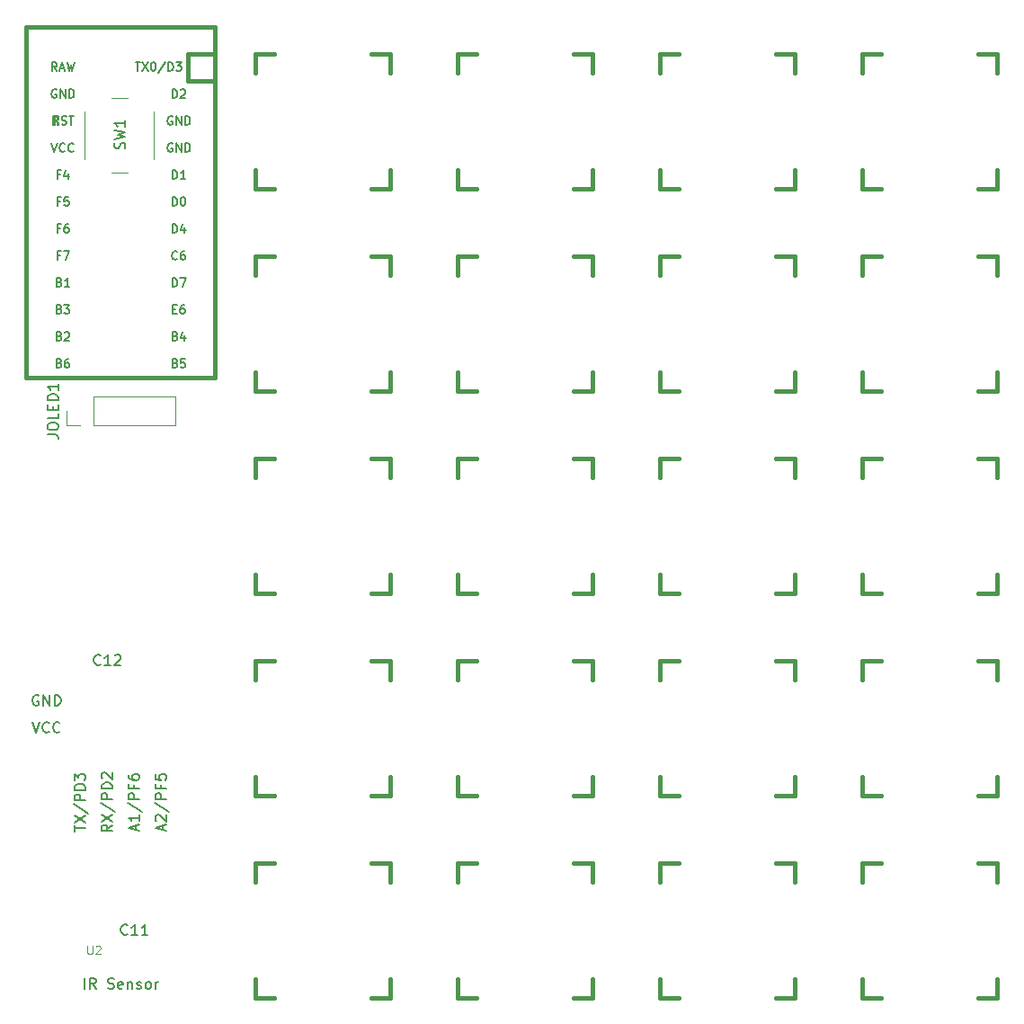
<source format=gto>
%TF.GenerationSoftware,KiCad,Pcbnew,5.1.6*%
%TF.CreationDate,2020-07-17T23:24:30+10:00*%
%TF.ProjectId,macropad_v01,6d616372-6f70-4616-945f-7630312e6b69,rev?*%
%TF.SameCoordinates,Original*%
%TF.FileFunction,Legend,Top*%
%TF.FilePolarity,Positive*%
%FSLAX46Y46*%
G04 Gerber Fmt 4.6, Leading zero omitted, Abs format (unit mm)*
G04 Created by KiCad (PCBNEW 5.1.6) date 2020-07-17 23:24:30*
%MOMM*%
%LPD*%
G01*
G04 APERTURE LIST*
%ADD10C,0.150000*%
%ADD11C,0.381000*%
%ADD12C,0.120000*%
%ADD13C,0.015000*%
G04 APERTURE END LIST*
D10*
X94385238Y-142692380D02*
X94385238Y-141692380D01*
X95432857Y-142692380D02*
X95099523Y-142216190D01*
X94861428Y-142692380D02*
X94861428Y-141692380D01*
X95242380Y-141692380D01*
X95337619Y-141740000D01*
X95385238Y-141787619D01*
X95432857Y-141882857D01*
X95432857Y-142025714D01*
X95385238Y-142120952D01*
X95337619Y-142168571D01*
X95242380Y-142216190D01*
X94861428Y-142216190D01*
X96575714Y-142644761D02*
X96718571Y-142692380D01*
X96956666Y-142692380D01*
X97051904Y-142644761D01*
X97099523Y-142597142D01*
X97147142Y-142501904D01*
X97147142Y-142406666D01*
X97099523Y-142311428D01*
X97051904Y-142263809D01*
X96956666Y-142216190D01*
X96766190Y-142168571D01*
X96670952Y-142120952D01*
X96623333Y-142073333D01*
X96575714Y-141978095D01*
X96575714Y-141882857D01*
X96623333Y-141787619D01*
X96670952Y-141740000D01*
X96766190Y-141692380D01*
X97004285Y-141692380D01*
X97147142Y-141740000D01*
X97956666Y-142644761D02*
X97861428Y-142692380D01*
X97670952Y-142692380D01*
X97575714Y-142644761D01*
X97528095Y-142549523D01*
X97528095Y-142168571D01*
X97575714Y-142073333D01*
X97670952Y-142025714D01*
X97861428Y-142025714D01*
X97956666Y-142073333D01*
X98004285Y-142168571D01*
X98004285Y-142263809D01*
X97528095Y-142359047D01*
X98432857Y-142025714D02*
X98432857Y-142692380D01*
X98432857Y-142120952D02*
X98480476Y-142073333D01*
X98575714Y-142025714D01*
X98718571Y-142025714D01*
X98813809Y-142073333D01*
X98861428Y-142168571D01*
X98861428Y-142692380D01*
X99290000Y-142644761D02*
X99385238Y-142692380D01*
X99575714Y-142692380D01*
X99670952Y-142644761D01*
X99718571Y-142549523D01*
X99718571Y-142501904D01*
X99670952Y-142406666D01*
X99575714Y-142359047D01*
X99432857Y-142359047D01*
X99337619Y-142311428D01*
X99290000Y-142216190D01*
X99290000Y-142168571D01*
X99337619Y-142073333D01*
X99432857Y-142025714D01*
X99575714Y-142025714D01*
X99670952Y-142073333D01*
X100290000Y-142692380D02*
X100194761Y-142644761D01*
X100147142Y-142597142D01*
X100099523Y-142501904D01*
X100099523Y-142216190D01*
X100147142Y-142120952D01*
X100194761Y-142073333D01*
X100290000Y-142025714D01*
X100432857Y-142025714D01*
X100528095Y-142073333D01*
X100575714Y-142120952D01*
X100623333Y-142216190D01*
X100623333Y-142501904D01*
X100575714Y-142597142D01*
X100528095Y-142644761D01*
X100432857Y-142692380D01*
X100290000Y-142692380D01*
X101051904Y-142692380D02*
X101051904Y-142025714D01*
X101051904Y-142216190D02*
X101099523Y-142120952D01*
X101147142Y-142073333D01*
X101242380Y-142025714D01*
X101337619Y-142025714D01*
D11*
%TO.C,K3*%
X110490000Y-94488000D02*
X110490000Y-92710000D01*
X110490000Y-105410000D02*
X110490000Y-103632000D01*
X112268000Y-105410000D02*
X110490000Y-105410000D01*
X123190000Y-105410000D02*
X121412000Y-105410000D01*
X123190000Y-103632000D02*
X123190000Y-105410000D01*
X123190000Y-92710000D02*
X123190000Y-94488000D01*
X121412000Y-92710000D02*
X123190000Y-92710000D01*
X110490000Y-92710000D02*
X112268000Y-92710000D01*
%TO.C,K2*%
X110490000Y-75438000D02*
X110490000Y-73660000D01*
X110490000Y-86360000D02*
X110490000Y-84582000D01*
X112268000Y-86360000D02*
X110490000Y-86360000D01*
X123190000Y-86360000D02*
X121412000Y-86360000D01*
X123190000Y-84582000D02*
X123190000Y-86360000D01*
X123190000Y-73660000D02*
X123190000Y-75438000D01*
X121412000Y-73660000D02*
X123190000Y-73660000D01*
X110490000Y-73660000D02*
X112268000Y-73660000D01*
%TO.C,K9*%
X129540000Y-113538000D02*
X129540000Y-111760000D01*
X129540000Y-124460000D02*
X129540000Y-122682000D01*
X131318000Y-124460000D02*
X129540000Y-124460000D01*
X142240000Y-124460000D02*
X140462000Y-124460000D01*
X142240000Y-122682000D02*
X142240000Y-124460000D01*
X142240000Y-111760000D02*
X142240000Y-113538000D01*
X140462000Y-111760000D02*
X142240000Y-111760000D01*
X129540000Y-111760000D02*
X131318000Y-111760000D01*
%TO.C,U1*%
X104140000Y-54610000D02*
X106680000Y-54610000D01*
X88900000Y-52070000D02*
X106680000Y-52070000D01*
X106680000Y-52070000D02*
X106680000Y-85090000D01*
X106680000Y-85090000D02*
X88900000Y-85090000D01*
X88900000Y-85090000D02*
X88900000Y-52070000D01*
D10*
G36*
X91945365Y-60499030D02*
G01*
X91945365Y-60599030D01*
X91445365Y-60599030D01*
X91445365Y-60499030D01*
X91945365Y-60499030D01*
G37*
X91945365Y-60499030D02*
X91945365Y-60599030D01*
X91445365Y-60599030D01*
X91445365Y-60499030D01*
X91945365Y-60499030D01*
G36*
X91945365Y-60499030D02*
G01*
X91945365Y-60799030D01*
X91845365Y-60799030D01*
X91845365Y-60499030D01*
X91945365Y-60499030D01*
G37*
X91945365Y-60499030D02*
X91945365Y-60799030D01*
X91845365Y-60799030D01*
X91845365Y-60499030D01*
X91945365Y-60499030D01*
G36*
X91945365Y-61099030D02*
G01*
X91945365Y-61299030D01*
X91845365Y-61299030D01*
X91845365Y-61099030D01*
X91945365Y-61099030D01*
G37*
X91945365Y-61099030D02*
X91945365Y-61299030D01*
X91845365Y-61299030D01*
X91845365Y-61099030D01*
X91945365Y-61099030D01*
G36*
X91545365Y-60499030D02*
G01*
X91545365Y-61299030D01*
X91445365Y-61299030D01*
X91445365Y-60499030D01*
X91545365Y-60499030D01*
G37*
X91545365Y-60499030D02*
X91545365Y-61299030D01*
X91445365Y-61299030D01*
X91445365Y-60499030D01*
X91545365Y-60499030D01*
G36*
X91745365Y-60899030D02*
G01*
X91745365Y-60999030D01*
X91645365Y-60999030D01*
X91645365Y-60899030D01*
X91745365Y-60899030D01*
G37*
X91745365Y-60899030D02*
X91745365Y-60999030D01*
X91645365Y-60999030D01*
X91645365Y-60899030D01*
X91745365Y-60899030D01*
D11*
X104140000Y-54610000D02*
X104140000Y-57150000D01*
X104140000Y-57150000D02*
X106680000Y-57150000D01*
D12*
%TO.C,SW1*%
X94407480Y-60055000D02*
X94407480Y-64555000D01*
X98407480Y-58805000D02*
X96907480Y-58805000D01*
X100907480Y-64555000D02*
X100907480Y-60055000D01*
X96907480Y-65805000D02*
X98407480Y-65805000D01*
D11*
%TO.C,K20*%
X167640000Y-132588000D02*
X167640000Y-130810000D01*
X167640000Y-143510000D02*
X167640000Y-141732000D01*
X169418000Y-143510000D02*
X167640000Y-143510000D01*
X180340000Y-143510000D02*
X178562000Y-143510000D01*
X180340000Y-141732000D02*
X180340000Y-143510000D01*
X180340000Y-130810000D02*
X180340000Y-132588000D01*
X178562000Y-130810000D02*
X180340000Y-130810000D01*
X167640000Y-130810000D02*
X169418000Y-130810000D01*
%TO.C,K19*%
X167640000Y-113538000D02*
X167640000Y-111760000D01*
X167640000Y-124460000D02*
X167640000Y-122682000D01*
X169418000Y-124460000D02*
X167640000Y-124460000D01*
X180340000Y-124460000D02*
X178562000Y-124460000D01*
X180340000Y-122682000D02*
X180340000Y-124460000D01*
X180340000Y-111760000D02*
X180340000Y-113538000D01*
X178562000Y-111760000D02*
X180340000Y-111760000D01*
X167640000Y-111760000D02*
X169418000Y-111760000D01*
%TO.C,K18*%
X167640000Y-94488000D02*
X167640000Y-92710000D01*
X167640000Y-105410000D02*
X167640000Y-103632000D01*
X169418000Y-105410000D02*
X167640000Y-105410000D01*
X180340000Y-105410000D02*
X178562000Y-105410000D01*
X180340000Y-103632000D02*
X180340000Y-105410000D01*
X180340000Y-92710000D02*
X180340000Y-94488000D01*
X178562000Y-92710000D02*
X180340000Y-92710000D01*
X167640000Y-92710000D02*
X169418000Y-92710000D01*
%TO.C,K17*%
X167640000Y-75438000D02*
X167640000Y-73660000D01*
X167640000Y-86360000D02*
X167640000Y-84582000D01*
X169418000Y-86360000D02*
X167640000Y-86360000D01*
X180340000Y-86360000D02*
X178562000Y-86360000D01*
X180340000Y-84582000D02*
X180340000Y-86360000D01*
X180340000Y-73660000D02*
X180340000Y-75438000D01*
X178562000Y-73660000D02*
X180340000Y-73660000D01*
X167640000Y-73660000D02*
X169418000Y-73660000D01*
%TO.C,K16*%
X167640000Y-56388000D02*
X167640000Y-54610000D01*
X167640000Y-67310000D02*
X167640000Y-65532000D01*
X169418000Y-67310000D02*
X167640000Y-67310000D01*
X180340000Y-67310000D02*
X178562000Y-67310000D01*
X180340000Y-65532000D02*
X180340000Y-67310000D01*
X180340000Y-54610000D02*
X180340000Y-56388000D01*
X178562000Y-54610000D02*
X180340000Y-54610000D01*
X167640000Y-54610000D02*
X169418000Y-54610000D01*
%TO.C,K15*%
X148590000Y-132588000D02*
X148590000Y-130810000D01*
X148590000Y-143510000D02*
X148590000Y-141732000D01*
X150368000Y-143510000D02*
X148590000Y-143510000D01*
X161290000Y-143510000D02*
X159512000Y-143510000D01*
X161290000Y-141732000D02*
X161290000Y-143510000D01*
X161290000Y-130810000D02*
X161290000Y-132588000D01*
X159512000Y-130810000D02*
X161290000Y-130810000D01*
X148590000Y-130810000D02*
X150368000Y-130810000D01*
%TO.C,K14*%
X148590000Y-113538000D02*
X148590000Y-111760000D01*
X148590000Y-124460000D02*
X148590000Y-122682000D01*
X150368000Y-124460000D02*
X148590000Y-124460000D01*
X161290000Y-124460000D02*
X159512000Y-124460000D01*
X161290000Y-122682000D02*
X161290000Y-124460000D01*
X161290000Y-111760000D02*
X161290000Y-113538000D01*
X159512000Y-111760000D02*
X161290000Y-111760000D01*
X148590000Y-111760000D02*
X150368000Y-111760000D01*
%TO.C,K13*%
X148590000Y-94488000D02*
X148590000Y-92710000D01*
X148590000Y-105410000D02*
X148590000Y-103632000D01*
X150368000Y-105410000D02*
X148590000Y-105410000D01*
X161290000Y-105410000D02*
X159512000Y-105410000D01*
X161290000Y-103632000D02*
X161290000Y-105410000D01*
X161290000Y-92710000D02*
X161290000Y-94488000D01*
X159512000Y-92710000D02*
X161290000Y-92710000D01*
X148590000Y-92710000D02*
X150368000Y-92710000D01*
%TO.C,K12*%
X148590000Y-75438000D02*
X148590000Y-73660000D01*
X148590000Y-86360000D02*
X148590000Y-84582000D01*
X150368000Y-86360000D02*
X148590000Y-86360000D01*
X161290000Y-86360000D02*
X159512000Y-86360000D01*
X161290000Y-84582000D02*
X161290000Y-86360000D01*
X161290000Y-73660000D02*
X161290000Y-75438000D01*
X159512000Y-73660000D02*
X161290000Y-73660000D01*
X148590000Y-73660000D02*
X150368000Y-73660000D01*
%TO.C,K11*%
X148590000Y-56388000D02*
X148590000Y-54610000D01*
X148590000Y-67310000D02*
X148590000Y-65532000D01*
X150368000Y-67310000D02*
X148590000Y-67310000D01*
X161290000Y-67310000D02*
X159512000Y-67310000D01*
X161290000Y-65532000D02*
X161290000Y-67310000D01*
X161290000Y-54610000D02*
X161290000Y-56388000D01*
X159512000Y-54610000D02*
X161290000Y-54610000D01*
X148590000Y-54610000D02*
X150368000Y-54610000D01*
%TO.C,K10*%
X129540000Y-132588000D02*
X129540000Y-130810000D01*
X129540000Y-143510000D02*
X129540000Y-141732000D01*
X131318000Y-143510000D02*
X129540000Y-143510000D01*
X142240000Y-143510000D02*
X140462000Y-143510000D01*
X142240000Y-141732000D02*
X142240000Y-143510000D01*
X142240000Y-130810000D02*
X142240000Y-132588000D01*
X140462000Y-130810000D02*
X142240000Y-130810000D01*
X129540000Y-130810000D02*
X131318000Y-130810000D01*
%TO.C,K8*%
X129540000Y-94488000D02*
X129540000Y-92710000D01*
X129540000Y-105410000D02*
X129540000Y-103632000D01*
X131318000Y-105410000D02*
X129540000Y-105410000D01*
X142240000Y-105410000D02*
X140462000Y-105410000D01*
X142240000Y-103632000D02*
X142240000Y-105410000D01*
X142240000Y-92710000D02*
X142240000Y-94488000D01*
X140462000Y-92710000D02*
X142240000Y-92710000D01*
X129540000Y-92710000D02*
X131318000Y-92710000D01*
%TO.C,K7*%
X129540000Y-75438000D02*
X129540000Y-73660000D01*
X129540000Y-86360000D02*
X129540000Y-84582000D01*
X131318000Y-86360000D02*
X129540000Y-86360000D01*
X142240000Y-86360000D02*
X140462000Y-86360000D01*
X142240000Y-84582000D02*
X142240000Y-86360000D01*
X142240000Y-73660000D02*
X142240000Y-75438000D01*
X140462000Y-73660000D02*
X142240000Y-73660000D01*
X129540000Y-73660000D02*
X131318000Y-73660000D01*
%TO.C,K6*%
X129540000Y-56388000D02*
X129540000Y-54610000D01*
X129540000Y-67310000D02*
X129540000Y-65532000D01*
X131318000Y-67310000D02*
X129540000Y-67310000D01*
X142240000Y-67310000D02*
X140462000Y-67310000D01*
X142240000Y-65532000D02*
X142240000Y-67310000D01*
X142240000Y-54610000D02*
X142240000Y-56388000D01*
X140462000Y-54610000D02*
X142240000Y-54610000D01*
X129540000Y-54610000D02*
X131318000Y-54610000D01*
%TO.C,K5*%
X110490000Y-132588000D02*
X110490000Y-130810000D01*
X110490000Y-143510000D02*
X110490000Y-141732000D01*
X112268000Y-143510000D02*
X110490000Y-143510000D01*
X123190000Y-143510000D02*
X121412000Y-143510000D01*
X123190000Y-141732000D02*
X123190000Y-143510000D01*
X123190000Y-130810000D02*
X123190000Y-132588000D01*
X121412000Y-130810000D02*
X123190000Y-130810000D01*
X110490000Y-130810000D02*
X112268000Y-130810000D01*
%TO.C,K4*%
X110490000Y-113538000D02*
X110490000Y-111760000D01*
X110490000Y-124460000D02*
X110490000Y-122682000D01*
X112268000Y-124460000D02*
X110490000Y-124460000D01*
X123190000Y-124460000D02*
X121412000Y-124460000D01*
X123190000Y-122682000D02*
X123190000Y-124460000D01*
X123190000Y-111760000D02*
X123190000Y-113538000D01*
X121412000Y-111760000D02*
X123190000Y-111760000D01*
X110490000Y-111760000D02*
X112268000Y-111760000D01*
%TO.C,K1*%
X110490000Y-56388000D02*
X110490000Y-54610000D01*
X110490000Y-67310000D02*
X110490000Y-65532000D01*
X112268000Y-67310000D02*
X110490000Y-67310000D01*
X123190000Y-67310000D02*
X121412000Y-67310000D01*
X123190000Y-65532000D02*
X123190000Y-67310000D01*
X123190000Y-54610000D02*
X123190000Y-56388000D01*
X121412000Y-54610000D02*
X123190000Y-54610000D01*
X110490000Y-54610000D02*
X112268000Y-54610000D01*
D12*
%TO.C,JOLED1*%
X92650000Y-89595000D02*
X92650000Y-88265000D01*
X93980000Y-89595000D02*
X92650000Y-89595000D01*
X95250000Y-89595000D02*
X95250000Y-86935000D01*
X95250000Y-86935000D02*
X102930000Y-86935000D01*
X95250000Y-89595000D02*
X102930000Y-89595000D01*
X102930000Y-89595000D02*
X102930000Y-86935000D01*
%TO.C,U2*%
D13*
X94650074Y-138633803D02*
X94650074Y-139271224D01*
X94687570Y-139346215D01*
X94725065Y-139383710D01*
X94800056Y-139421205D01*
X94950037Y-139421205D01*
X95025028Y-139383710D01*
X95062523Y-139346215D01*
X95100018Y-139271224D01*
X95100018Y-138633803D01*
X95437476Y-138708794D02*
X95474972Y-138671299D01*
X95549962Y-138633803D01*
X95737439Y-138633803D01*
X95812430Y-138671299D01*
X95849925Y-138708794D01*
X95887420Y-138783785D01*
X95887420Y-138858775D01*
X95849925Y-138971261D01*
X95399981Y-139421205D01*
X95887420Y-139421205D01*
%TO.C,J2*%
D10*
X99226666Y-127737857D02*
X99226666Y-127261666D01*
X99512380Y-127833095D02*
X98512380Y-127499761D01*
X99512380Y-127166428D01*
X99512380Y-126309285D02*
X99512380Y-126880714D01*
X99512380Y-126595000D02*
X98512380Y-126595000D01*
X98655238Y-126690238D01*
X98750476Y-126785476D01*
X98798095Y-126880714D01*
X98464761Y-125166428D02*
X99750476Y-126023571D01*
X99512380Y-124833095D02*
X98512380Y-124833095D01*
X98512380Y-124452142D01*
X98560000Y-124356904D01*
X98607619Y-124309285D01*
X98702857Y-124261666D01*
X98845714Y-124261666D01*
X98940952Y-124309285D01*
X98988571Y-124356904D01*
X99036190Y-124452142D01*
X99036190Y-124833095D01*
X98988571Y-123499761D02*
X98988571Y-123833095D01*
X99512380Y-123833095D02*
X98512380Y-123833095D01*
X98512380Y-123356904D01*
X98512380Y-122547380D02*
X98512380Y-122737857D01*
X98560000Y-122833095D01*
X98607619Y-122880714D01*
X98750476Y-122975952D01*
X98940952Y-123023571D01*
X99321904Y-123023571D01*
X99417142Y-122975952D01*
X99464761Y-122928333D01*
X99512380Y-122833095D01*
X99512380Y-122642619D01*
X99464761Y-122547380D01*
X99417142Y-122499761D01*
X99321904Y-122452142D01*
X99083809Y-122452142D01*
X98988571Y-122499761D01*
X98940952Y-122547380D01*
X98893333Y-122642619D01*
X98893333Y-122833095D01*
X98940952Y-122928333D01*
X98988571Y-122975952D01*
X99083809Y-123023571D01*
X101766666Y-127737857D02*
X101766666Y-127261666D01*
X102052380Y-127833095D02*
X101052380Y-127499761D01*
X102052380Y-127166428D01*
X101147619Y-126880714D02*
X101100000Y-126833095D01*
X101052380Y-126737857D01*
X101052380Y-126499761D01*
X101100000Y-126404523D01*
X101147619Y-126356904D01*
X101242857Y-126309285D01*
X101338095Y-126309285D01*
X101480952Y-126356904D01*
X102052380Y-126928333D01*
X102052380Y-126309285D01*
X101004761Y-125166428D02*
X102290476Y-126023571D01*
X102052380Y-124833095D02*
X101052380Y-124833095D01*
X101052380Y-124452142D01*
X101100000Y-124356904D01*
X101147619Y-124309285D01*
X101242857Y-124261666D01*
X101385714Y-124261666D01*
X101480952Y-124309285D01*
X101528571Y-124356904D01*
X101576190Y-124452142D01*
X101576190Y-124833095D01*
X101528571Y-123499761D02*
X101528571Y-123833095D01*
X102052380Y-123833095D02*
X101052380Y-123833095D01*
X101052380Y-123356904D01*
X101052380Y-122499761D02*
X101052380Y-122975952D01*
X101528571Y-123023571D01*
X101480952Y-122975952D01*
X101433333Y-122880714D01*
X101433333Y-122642619D01*
X101480952Y-122547380D01*
X101528571Y-122499761D01*
X101623809Y-122452142D01*
X101861904Y-122452142D01*
X101957142Y-122499761D01*
X102004761Y-122547380D01*
X102052380Y-122642619D01*
X102052380Y-122880714D01*
X102004761Y-122975952D01*
X101957142Y-123023571D01*
X96972380Y-127261666D02*
X96496190Y-127595000D01*
X96972380Y-127833095D02*
X95972380Y-127833095D01*
X95972380Y-127452142D01*
X96020000Y-127356904D01*
X96067619Y-127309285D01*
X96162857Y-127261666D01*
X96305714Y-127261666D01*
X96400952Y-127309285D01*
X96448571Y-127356904D01*
X96496190Y-127452142D01*
X96496190Y-127833095D01*
X95972380Y-126928333D02*
X96972380Y-126261666D01*
X95972380Y-126261666D02*
X96972380Y-126928333D01*
X95924761Y-125166428D02*
X97210476Y-126023571D01*
X96972380Y-124833095D02*
X95972380Y-124833095D01*
X95972380Y-124452142D01*
X96020000Y-124356904D01*
X96067619Y-124309285D01*
X96162857Y-124261666D01*
X96305714Y-124261666D01*
X96400952Y-124309285D01*
X96448571Y-124356904D01*
X96496190Y-124452142D01*
X96496190Y-124833095D01*
X96972380Y-123833095D02*
X95972380Y-123833095D01*
X95972380Y-123595000D01*
X96020000Y-123452142D01*
X96115238Y-123356904D01*
X96210476Y-123309285D01*
X96400952Y-123261666D01*
X96543809Y-123261666D01*
X96734285Y-123309285D01*
X96829523Y-123356904D01*
X96924761Y-123452142D01*
X96972380Y-123595000D01*
X96972380Y-123833095D01*
X96067619Y-122880714D02*
X96020000Y-122833095D01*
X95972380Y-122737857D01*
X95972380Y-122499761D01*
X96020000Y-122404523D01*
X96067619Y-122356904D01*
X96162857Y-122309285D01*
X96258095Y-122309285D01*
X96400952Y-122356904D01*
X96972380Y-122928333D01*
X96972380Y-122309285D01*
X93432380Y-127856904D02*
X93432380Y-127285476D01*
X94432380Y-127571190D02*
X93432380Y-127571190D01*
X93432380Y-127047380D02*
X94432380Y-126380714D01*
X93432380Y-126380714D02*
X94432380Y-127047380D01*
X93384761Y-125285476D02*
X94670476Y-126142619D01*
X94432380Y-124952142D02*
X93432380Y-124952142D01*
X93432380Y-124571190D01*
X93480000Y-124475952D01*
X93527619Y-124428333D01*
X93622857Y-124380714D01*
X93765714Y-124380714D01*
X93860952Y-124428333D01*
X93908571Y-124475952D01*
X93956190Y-124571190D01*
X93956190Y-124952142D01*
X94432380Y-123952142D02*
X93432380Y-123952142D01*
X93432380Y-123714047D01*
X93480000Y-123571190D01*
X93575238Y-123475952D01*
X93670476Y-123428333D01*
X93860952Y-123380714D01*
X94003809Y-123380714D01*
X94194285Y-123428333D01*
X94289523Y-123475952D01*
X94384761Y-123571190D01*
X94432380Y-123714047D01*
X94432380Y-123952142D01*
X93432380Y-123047380D02*
X93432380Y-122428333D01*
X93813333Y-122761666D01*
X93813333Y-122618809D01*
X93860952Y-122523571D01*
X93908571Y-122475952D01*
X94003809Y-122428333D01*
X94241904Y-122428333D01*
X94337142Y-122475952D01*
X94384761Y-122523571D01*
X94432380Y-122618809D01*
X94432380Y-122904523D01*
X94384761Y-122999761D01*
X94337142Y-123047380D01*
X90043095Y-115070000D02*
X89947857Y-115022380D01*
X89805000Y-115022380D01*
X89662142Y-115070000D01*
X89566904Y-115165238D01*
X89519285Y-115260476D01*
X89471666Y-115450952D01*
X89471666Y-115593809D01*
X89519285Y-115784285D01*
X89566904Y-115879523D01*
X89662142Y-115974761D01*
X89805000Y-116022380D01*
X89900238Y-116022380D01*
X90043095Y-115974761D01*
X90090714Y-115927142D01*
X90090714Y-115593809D01*
X89900238Y-115593809D01*
X90519285Y-116022380D02*
X90519285Y-115022380D01*
X91090714Y-116022380D01*
X91090714Y-115022380D01*
X91566904Y-116022380D02*
X91566904Y-115022380D01*
X91805000Y-115022380D01*
X91947857Y-115070000D01*
X92043095Y-115165238D01*
X92090714Y-115260476D01*
X92138333Y-115450952D01*
X92138333Y-115593809D01*
X92090714Y-115784285D01*
X92043095Y-115879523D01*
X91947857Y-115974761D01*
X91805000Y-116022380D01*
X91566904Y-116022380D01*
X89471666Y-117562380D02*
X89805000Y-118562380D01*
X90138333Y-117562380D01*
X91043095Y-118467142D02*
X90995476Y-118514761D01*
X90852619Y-118562380D01*
X90757380Y-118562380D01*
X90614523Y-118514761D01*
X90519285Y-118419523D01*
X90471666Y-118324285D01*
X90424047Y-118133809D01*
X90424047Y-117990952D01*
X90471666Y-117800476D01*
X90519285Y-117705238D01*
X90614523Y-117610000D01*
X90757380Y-117562380D01*
X90852619Y-117562380D01*
X90995476Y-117610000D01*
X91043095Y-117657619D01*
X92043095Y-118467142D02*
X91995476Y-118514761D01*
X91852619Y-118562380D01*
X91757380Y-118562380D01*
X91614523Y-118514761D01*
X91519285Y-118419523D01*
X91471666Y-118324285D01*
X91424047Y-118133809D01*
X91424047Y-117990952D01*
X91471666Y-117800476D01*
X91519285Y-117705238D01*
X91614523Y-117610000D01*
X91757380Y-117562380D01*
X91852619Y-117562380D01*
X91995476Y-117610000D01*
X92043095Y-117657619D01*
%TO.C,C12*%
X95877142Y-112117142D02*
X95829523Y-112164761D01*
X95686666Y-112212380D01*
X95591428Y-112212380D01*
X95448571Y-112164761D01*
X95353333Y-112069523D01*
X95305714Y-111974285D01*
X95258095Y-111783809D01*
X95258095Y-111640952D01*
X95305714Y-111450476D01*
X95353333Y-111355238D01*
X95448571Y-111260000D01*
X95591428Y-111212380D01*
X95686666Y-111212380D01*
X95829523Y-111260000D01*
X95877142Y-111307619D01*
X96829523Y-112212380D02*
X96258095Y-112212380D01*
X96543809Y-112212380D02*
X96543809Y-111212380D01*
X96448571Y-111355238D01*
X96353333Y-111450476D01*
X96258095Y-111498095D01*
X97210476Y-111307619D02*
X97258095Y-111260000D01*
X97353333Y-111212380D01*
X97591428Y-111212380D01*
X97686666Y-111260000D01*
X97734285Y-111307619D01*
X97781904Y-111402857D01*
X97781904Y-111498095D01*
X97734285Y-111640952D01*
X97162857Y-112212380D01*
X97781904Y-112212380D01*
%TO.C,C11*%
X98417142Y-137517142D02*
X98369523Y-137564761D01*
X98226666Y-137612380D01*
X98131428Y-137612380D01*
X97988571Y-137564761D01*
X97893333Y-137469523D01*
X97845714Y-137374285D01*
X97798095Y-137183809D01*
X97798095Y-137040952D01*
X97845714Y-136850476D01*
X97893333Y-136755238D01*
X97988571Y-136660000D01*
X98131428Y-136612380D01*
X98226666Y-136612380D01*
X98369523Y-136660000D01*
X98417142Y-136707619D01*
X99369523Y-137612380D02*
X98798095Y-137612380D01*
X99083809Y-137612380D02*
X99083809Y-136612380D01*
X98988571Y-136755238D01*
X98893333Y-136850476D01*
X98798095Y-136898095D01*
X100321904Y-137612380D02*
X99750476Y-137612380D01*
X100036190Y-137612380D02*
X100036190Y-136612380D01*
X99940952Y-136755238D01*
X99845714Y-136850476D01*
X99750476Y-136898095D01*
%TO.C,U1*%
X102660523Y-58781904D02*
X102660523Y-57981904D01*
X102851000Y-57981904D01*
X102965285Y-58020000D01*
X103041476Y-58096190D01*
X103079571Y-58172380D01*
X103117666Y-58324761D01*
X103117666Y-58439047D01*
X103079571Y-58591428D01*
X103041476Y-58667619D01*
X102965285Y-58743809D01*
X102851000Y-58781904D01*
X102660523Y-58781904D01*
X103422428Y-58058095D02*
X103460523Y-58020000D01*
X103536714Y-57981904D01*
X103727190Y-57981904D01*
X103803380Y-58020000D01*
X103841476Y-58058095D01*
X103879571Y-58134285D01*
X103879571Y-58210476D01*
X103841476Y-58324761D01*
X103384333Y-58781904D01*
X103879571Y-58781904D01*
X102660523Y-68941904D02*
X102660523Y-68141904D01*
X102851000Y-68141904D01*
X102965285Y-68180000D01*
X103041476Y-68256190D01*
X103079571Y-68332380D01*
X103117666Y-68484761D01*
X103117666Y-68599047D01*
X103079571Y-68751428D01*
X103041476Y-68827619D01*
X102965285Y-68903809D01*
X102851000Y-68941904D01*
X102660523Y-68941904D01*
X103612904Y-68141904D02*
X103689095Y-68141904D01*
X103765285Y-68180000D01*
X103803380Y-68218095D01*
X103841476Y-68294285D01*
X103879571Y-68446666D01*
X103879571Y-68637142D01*
X103841476Y-68789523D01*
X103803380Y-68865714D01*
X103765285Y-68903809D01*
X103689095Y-68941904D01*
X103612904Y-68941904D01*
X103536714Y-68903809D01*
X103498619Y-68865714D01*
X103460523Y-68789523D01*
X103422428Y-68637142D01*
X103422428Y-68446666D01*
X103460523Y-68294285D01*
X103498619Y-68218095D01*
X103536714Y-68180000D01*
X103612904Y-68141904D01*
X102660523Y-66401904D02*
X102660523Y-65601904D01*
X102851000Y-65601904D01*
X102965285Y-65640000D01*
X103041476Y-65716190D01*
X103079571Y-65792380D01*
X103117666Y-65944761D01*
X103117666Y-66059047D01*
X103079571Y-66211428D01*
X103041476Y-66287619D01*
X102965285Y-66363809D01*
X102851000Y-66401904D01*
X102660523Y-66401904D01*
X103879571Y-66401904D02*
X103422428Y-66401904D01*
X103651000Y-66401904D02*
X103651000Y-65601904D01*
X103574809Y-65716190D01*
X103498619Y-65792380D01*
X103422428Y-65830476D01*
X102641476Y-63100000D02*
X102565285Y-63061904D01*
X102451000Y-63061904D01*
X102336714Y-63100000D01*
X102260523Y-63176190D01*
X102222428Y-63252380D01*
X102184333Y-63404761D01*
X102184333Y-63519047D01*
X102222428Y-63671428D01*
X102260523Y-63747619D01*
X102336714Y-63823809D01*
X102451000Y-63861904D01*
X102527190Y-63861904D01*
X102641476Y-63823809D01*
X102679571Y-63785714D01*
X102679571Y-63519047D01*
X102527190Y-63519047D01*
X103022428Y-63861904D02*
X103022428Y-63061904D01*
X103479571Y-63861904D01*
X103479571Y-63061904D01*
X103860523Y-63861904D02*
X103860523Y-63061904D01*
X104051000Y-63061904D01*
X104165285Y-63100000D01*
X104241476Y-63176190D01*
X104279571Y-63252380D01*
X104317666Y-63404761D01*
X104317666Y-63519047D01*
X104279571Y-63671428D01*
X104241476Y-63747619D01*
X104165285Y-63823809D01*
X104051000Y-63861904D01*
X103860523Y-63861904D01*
X102641476Y-60560000D02*
X102565285Y-60521904D01*
X102451000Y-60521904D01*
X102336714Y-60560000D01*
X102260523Y-60636190D01*
X102222428Y-60712380D01*
X102184333Y-60864761D01*
X102184333Y-60979047D01*
X102222428Y-61131428D01*
X102260523Y-61207619D01*
X102336714Y-61283809D01*
X102451000Y-61321904D01*
X102527190Y-61321904D01*
X102641476Y-61283809D01*
X102679571Y-61245714D01*
X102679571Y-60979047D01*
X102527190Y-60979047D01*
X103022428Y-61321904D02*
X103022428Y-60521904D01*
X103479571Y-61321904D01*
X103479571Y-60521904D01*
X103860523Y-61321904D02*
X103860523Y-60521904D01*
X104051000Y-60521904D01*
X104165285Y-60560000D01*
X104241476Y-60636190D01*
X104279571Y-60712380D01*
X104317666Y-60864761D01*
X104317666Y-60979047D01*
X104279571Y-61131428D01*
X104241476Y-61207619D01*
X104165285Y-61283809D01*
X104051000Y-61321904D01*
X103860523Y-61321904D01*
X102660523Y-71481904D02*
X102660523Y-70681904D01*
X102851000Y-70681904D01*
X102965285Y-70720000D01*
X103041476Y-70796190D01*
X103079571Y-70872380D01*
X103117666Y-71024761D01*
X103117666Y-71139047D01*
X103079571Y-71291428D01*
X103041476Y-71367619D01*
X102965285Y-71443809D01*
X102851000Y-71481904D01*
X102660523Y-71481904D01*
X103803380Y-70948571D02*
X103803380Y-71481904D01*
X103612904Y-70643809D02*
X103422428Y-71215238D01*
X103917666Y-71215238D01*
X103117666Y-73945714D02*
X103079571Y-73983809D01*
X102965285Y-74021904D01*
X102889095Y-74021904D01*
X102774809Y-73983809D01*
X102698619Y-73907619D01*
X102660523Y-73831428D01*
X102622428Y-73679047D01*
X102622428Y-73564761D01*
X102660523Y-73412380D01*
X102698619Y-73336190D01*
X102774809Y-73260000D01*
X102889095Y-73221904D01*
X102965285Y-73221904D01*
X103079571Y-73260000D01*
X103117666Y-73298095D01*
X103803380Y-73221904D02*
X103651000Y-73221904D01*
X103574809Y-73260000D01*
X103536714Y-73298095D01*
X103460523Y-73412380D01*
X103422428Y-73564761D01*
X103422428Y-73869523D01*
X103460523Y-73945714D01*
X103498619Y-73983809D01*
X103574809Y-74021904D01*
X103727190Y-74021904D01*
X103803380Y-73983809D01*
X103841476Y-73945714D01*
X103879571Y-73869523D01*
X103879571Y-73679047D01*
X103841476Y-73602857D01*
X103803380Y-73564761D01*
X103727190Y-73526666D01*
X103574809Y-73526666D01*
X103498619Y-73564761D01*
X103460523Y-73602857D01*
X103422428Y-73679047D01*
X102660523Y-76561904D02*
X102660523Y-75761904D01*
X102851000Y-75761904D01*
X102965285Y-75800000D01*
X103041476Y-75876190D01*
X103079571Y-75952380D01*
X103117666Y-76104761D01*
X103117666Y-76219047D01*
X103079571Y-76371428D01*
X103041476Y-76447619D01*
X102965285Y-76523809D01*
X102851000Y-76561904D01*
X102660523Y-76561904D01*
X103384333Y-75761904D02*
X103917666Y-75761904D01*
X103574809Y-76561904D01*
X102698619Y-78682857D02*
X102965285Y-78682857D01*
X103079571Y-79101904D02*
X102698619Y-79101904D01*
X102698619Y-78301904D01*
X103079571Y-78301904D01*
X103765285Y-78301904D02*
X103612904Y-78301904D01*
X103536714Y-78340000D01*
X103498619Y-78378095D01*
X103422428Y-78492380D01*
X103384333Y-78644761D01*
X103384333Y-78949523D01*
X103422428Y-79025714D01*
X103460523Y-79063809D01*
X103536714Y-79101904D01*
X103689095Y-79101904D01*
X103765285Y-79063809D01*
X103803380Y-79025714D01*
X103841476Y-78949523D01*
X103841476Y-78759047D01*
X103803380Y-78682857D01*
X103765285Y-78644761D01*
X103689095Y-78606666D01*
X103536714Y-78606666D01*
X103460523Y-78644761D01*
X103422428Y-78682857D01*
X103384333Y-78759047D01*
X102927190Y-81222857D02*
X103041476Y-81260952D01*
X103079571Y-81299047D01*
X103117666Y-81375238D01*
X103117666Y-81489523D01*
X103079571Y-81565714D01*
X103041476Y-81603809D01*
X102965285Y-81641904D01*
X102660523Y-81641904D01*
X102660523Y-80841904D01*
X102927190Y-80841904D01*
X103003380Y-80880000D01*
X103041476Y-80918095D01*
X103079571Y-80994285D01*
X103079571Y-81070476D01*
X103041476Y-81146666D01*
X103003380Y-81184761D01*
X102927190Y-81222857D01*
X102660523Y-81222857D01*
X103803380Y-81108571D02*
X103803380Y-81641904D01*
X103612904Y-80803809D02*
X103422428Y-81375238D01*
X103917666Y-81375238D01*
X102927190Y-83762857D02*
X103041476Y-83800952D01*
X103079571Y-83839047D01*
X103117666Y-83915238D01*
X103117666Y-84029523D01*
X103079571Y-84105714D01*
X103041476Y-84143809D01*
X102965285Y-84181904D01*
X102660523Y-84181904D01*
X102660523Y-83381904D01*
X102927190Y-83381904D01*
X103003380Y-83420000D01*
X103041476Y-83458095D01*
X103079571Y-83534285D01*
X103079571Y-83610476D01*
X103041476Y-83686666D01*
X103003380Y-83724761D01*
X102927190Y-83762857D01*
X102660523Y-83762857D01*
X103841476Y-83381904D02*
X103460523Y-83381904D01*
X103422428Y-83762857D01*
X103460523Y-83724761D01*
X103536714Y-83686666D01*
X103727190Y-83686666D01*
X103803380Y-83724761D01*
X103841476Y-83762857D01*
X103879571Y-83839047D01*
X103879571Y-84029523D01*
X103841476Y-84105714D01*
X103803380Y-84143809D01*
X103727190Y-84181904D01*
X103536714Y-84181904D01*
X103460523Y-84143809D01*
X103422428Y-84105714D01*
X92005190Y-83762857D02*
X92119476Y-83800952D01*
X92157571Y-83839047D01*
X92195666Y-83915238D01*
X92195666Y-84029523D01*
X92157571Y-84105714D01*
X92119476Y-84143809D01*
X92043285Y-84181904D01*
X91738523Y-84181904D01*
X91738523Y-83381904D01*
X92005190Y-83381904D01*
X92081380Y-83420000D01*
X92119476Y-83458095D01*
X92157571Y-83534285D01*
X92157571Y-83610476D01*
X92119476Y-83686666D01*
X92081380Y-83724761D01*
X92005190Y-83762857D01*
X91738523Y-83762857D01*
X92881380Y-83381904D02*
X92729000Y-83381904D01*
X92652809Y-83420000D01*
X92614714Y-83458095D01*
X92538523Y-83572380D01*
X92500428Y-83724761D01*
X92500428Y-84029523D01*
X92538523Y-84105714D01*
X92576619Y-84143809D01*
X92652809Y-84181904D01*
X92805190Y-84181904D01*
X92881380Y-84143809D01*
X92919476Y-84105714D01*
X92957571Y-84029523D01*
X92957571Y-83839047D01*
X92919476Y-83762857D01*
X92881380Y-83724761D01*
X92805190Y-83686666D01*
X92652809Y-83686666D01*
X92576619Y-83724761D01*
X92538523Y-83762857D01*
X92500428Y-83839047D01*
X92005190Y-78682857D02*
X92119476Y-78720952D01*
X92157571Y-78759047D01*
X92195666Y-78835238D01*
X92195666Y-78949523D01*
X92157571Y-79025714D01*
X92119476Y-79063809D01*
X92043285Y-79101904D01*
X91738523Y-79101904D01*
X91738523Y-78301904D01*
X92005190Y-78301904D01*
X92081380Y-78340000D01*
X92119476Y-78378095D01*
X92157571Y-78454285D01*
X92157571Y-78530476D01*
X92119476Y-78606666D01*
X92081380Y-78644761D01*
X92005190Y-78682857D01*
X91738523Y-78682857D01*
X92462333Y-78301904D02*
X92957571Y-78301904D01*
X92690904Y-78606666D01*
X92805190Y-78606666D01*
X92881380Y-78644761D01*
X92919476Y-78682857D01*
X92957571Y-78759047D01*
X92957571Y-78949523D01*
X92919476Y-79025714D01*
X92881380Y-79063809D01*
X92805190Y-79101904D01*
X92576619Y-79101904D01*
X92500428Y-79063809D01*
X92462333Y-79025714D01*
X92005190Y-76142857D02*
X92119476Y-76180952D01*
X92157571Y-76219047D01*
X92195666Y-76295238D01*
X92195666Y-76409523D01*
X92157571Y-76485714D01*
X92119476Y-76523809D01*
X92043285Y-76561904D01*
X91738523Y-76561904D01*
X91738523Y-75761904D01*
X92005190Y-75761904D01*
X92081380Y-75800000D01*
X92119476Y-75838095D01*
X92157571Y-75914285D01*
X92157571Y-75990476D01*
X92119476Y-76066666D01*
X92081380Y-76104761D01*
X92005190Y-76142857D01*
X91738523Y-76142857D01*
X92957571Y-76561904D02*
X92500428Y-76561904D01*
X92729000Y-76561904D02*
X92729000Y-75761904D01*
X92652809Y-75876190D01*
X92576619Y-75952380D01*
X92500428Y-75990476D01*
X92062333Y-65982857D02*
X91795666Y-65982857D01*
X91795666Y-66401904D02*
X91795666Y-65601904D01*
X92176619Y-65601904D01*
X92824238Y-65868571D02*
X92824238Y-66401904D01*
X92633761Y-65563809D02*
X92443285Y-66135238D01*
X92938523Y-66135238D01*
X91262333Y-63061904D02*
X91529000Y-63861904D01*
X91795666Y-63061904D01*
X92519476Y-63785714D02*
X92481380Y-63823809D01*
X92367095Y-63861904D01*
X92290904Y-63861904D01*
X92176619Y-63823809D01*
X92100428Y-63747619D01*
X92062333Y-63671428D01*
X92024238Y-63519047D01*
X92024238Y-63404761D01*
X92062333Y-63252380D01*
X92100428Y-63176190D01*
X92176619Y-63100000D01*
X92290904Y-63061904D01*
X92367095Y-63061904D01*
X92481380Y-63100000D01*
X92519476Y-63138095D01*
X93319476Y-63785714D02*
X93281380Y-63823809D01*
X93167095Y-63861904D01*
X93090904Y-63861904D01*
X92976619Y-63823809D01*
X92900428Y-63747619D01*
X92862333Y-63671428D01*
X92824238Y-63519047D01*
X92824238Y-63404761D01*
X92862333Y-63252380D01*
X92900428Y-63176190D01*
X92976619Y-63100000D01*
X93090904Y-63061904D01*
X93167095Y-63061904D01*
X93281380Y-63100000D01*
X93319476Y-63138095D01*
X91719476Y-58020000D02*
X91643285Y-57981904D01*
X91529000Y-57981904D01*
X91414714Y-58020000D01*
X91338523Y-58096190D01*
X91300428Y-58172380D01*
X91262333Y-58324761D01*
X91262333Y-58439047D01*
X91300428Y-58591428D01*
X91338523Y-58667619D01*
X91414714Y-58743809D01*
X91529000Y-58781904D01*
X91605190Y-58781904D01*
X91719476Y-58743809D01*
X91757571Y-58705714D01*
X91757571Y-58439047D01*
X91605190Y-58439047D01*
X92100428Y-58781904D02*
X92100428Y-57981904D01*
X92557571Y-58781904D01*
X92557571Y-57981904D01*
X92938523Y-58781904D02*
X92938523Y-57981904D01*
X93129000Y-57981904D01*
X93243285Y-58020000D01*
X93319476Y-58096190D01*
X93357571Y-58172380D01*
X93395666Y-58324761D01*
X93395666Y-58439047D01*
X93357571Y-58591428D01*
X93319476Y-58667619D01*
X93243285Y-58743809D01*
X93129000Y-58781904D01*
X92938523Y-58781904D01*
X91776619Y-56241904D02*
X91509952Y-55860952D01*
X91319476Y-56241904D02*
X91319476Y-55441904D01*
X91624238Y-55441904D01*
X91700428Y-55480000D01*
X91738523Y-55518095D01*
X91776619Y-55594285D01*
X91776619Y-55708571D01*
X91738523Y-55784761D01*
X91700428Y-55822857D01*
X91624238Y-55860952D01*
X91319476Y-55860952D01*
X92081380Y-56013333D02*
X92462333Y-56013333D01*
X92005190Y-56241904D02*
X92271857Y-55441904D01*
X92538523Y-56241904D01*
X92729000Y-55441904D02*
X92919476Y-56241904D01*
X93071857Y-55670476D01*
X93224238Y-56241904D01*
X93414714Y-55441904D01*
X92062333Y-68522857D02*
X91795666Y-68522857D01*
X91795666Y-68941904D02*
X91795666Y-68141904D01*
X92176619Y-68141904D01*
X92862333Y-68141904D02*
X92481380Y-68141904D01*
X92443285Y-68522857D01*
X92481380Y-68484761D01*
X92557571Y-68446666D01*
X92748047Y-68446666D01*
X92824238Y-68484761D01*
X92862333Y-68522857D01*
X92900428Y-68599047D01*
X92900428Y-68789523D01*
X92862333Y-68865714D01*
X92824238Y-68903809D01*
X92748047Y-68941904D01*
X92557571Y-68941904D01*
X92481380Y-68903809D01*
X92443285Y-68865714D01*
X92062333Y-71062857D02*
X91795666Y-71062857D01*
X91795666Y-71481904D02*
X91795666Y-70681904D01*
X92176619Y-70681904D01*
X92824238Y-70681904D02*
X92671857Y-70681904D01*
X92595666Y-70720000D01*
X92557571Y-70758095D01*
X92481380Y-70872380D01*
X92443285Y-71024761D01*
X92443285Y-71329523D01*
X92481380Y-71405714D01*
X92519476Y-71443809D01*
X92595666Y-71481904D01*
X92748047Y-71481904D01*
X92824238Y-71443809D01*
X92862333Y-71405714D01*
X92900428Y-71329523D01*
X92900428Y-71139047D01*
X92862333Y-71062857D01*
X92824238Y-71024761D01*
X92748047Y-70986666D01*
X92595666Y-70986666D01*
X92519476Y-71024761D01*
X92481380Y-71062857D01*
X92443285Y-71139047D01*
X92062333Y-73602857D02*
X91795666Y-73602857D01*
X91795666Y-74021904D02*
X91795666Y-73221904D01*
X92176619Y-73221904D01*
X92405190Y-73221904D02*
X92938523Y-73221904D01*
X92595666Y-74021904D01*
X92005190Y-81222857D02*
X92119476Y-81260952D01*
X92157571Y-81299047D01*
X92195666Y-81375238D01*
X92195666Y-81489523D01*
X92157571Y-81565714D01*
X92119476Y-81603809D01*
X92043285Y-81641904D01*
X91738523Y-81641904D01*
X91738523Y-80841904D01*
X92005190Y-80841904D01*
X92081380Y-80880000D01*
X92119476Y-80918095D01*
X92157571Y-80994285D01*
X92157571Y-81070476D01*
X92119476Y-81146666D01*
X92081380Y-81184761D01*
X92005190Y-81222857D01*
X91738523Y-81222857D01*
X92500428Y-80918095D02*
X92538523Y-80880000D01*
X92614714Y-80841904D01*
X92805190Y-80841904D01*
X92881380Y-80880000D01*
X92919476Y-80918095D01*
X92957571Y-80994285D01*
X92957571Y-81070476D01*
X92919476Y-81184761D01*
X92462333Y-81641904D01*
X92957571Y-81641904D01*
X99171395Y-55441904D02*
X99628538Y-55441904D01*
X99399967Y-56241904D02*
X99399967Y-55441904D01*
X99819014Y-55441904D02*
X100352348Y-56241904D01*
X100352348Y-55441904D02*
X99819014Y-56241904D01*
X100809491Y-55441904D02*
X100885681Y-55441904D01*
X100961872Y-55480000D01*
X100999967Y-55518095D01*
X101038062Y-55594285D01*
X101076157Y-55746666D01*
X101076157Y-55937142D01*
X101038062Y-56089523D01*
X100999967Y-56165714D01*
X100961872Y-56203809D01*
X100885681Y-56241904D01*
X100809491Y-56241904D01*
X100733300Y-56203809D01*
X100695205Y-56165714D01*
X100657110Y-56089523D01*
X100619014Y-55937142D01*
X100619014Y-55746666D01*
X100657110Y-55594285D01*
X100695205Y-55518095D01*
X100733300Y-55480000D01*
X100809491Y-55441904D01*
X101990443Y-55403809D02*
X101304729Y-56432380D01*
X102257110Y-56241904D02*
X102257110Y-55441904D01*
X102447586Y-55441904D01*
X102561872Y-55480000D01*
X102638062Y-55556190D01*
X102676157Y-55632380D01*
X102714252Y-55784761D01*
X102714252Y-55899047D01*
X102676157Y-56051428D01*
X102638062Y-56127619D01*
X102561872Y-56203809D01*
X102447586Y-56241904D01*
X102257110Y-56241904D01*
X102980919Y-55441904D02*
X103476157Y-55441904D01*
X103209491Y-55746666D01*
X103323776Y-55746666D01*
X103399967Y-55784761D01*
X103438062Y-55822857D01*
X103476157Y-55899047D01*
X103476157Y-56089523D01*
X103438062Y-56165714D01*
X103399967Y-56203809D01*
X103323776Y-56241904D01*
X103095205Y-56241904D01*
X103019014Y-56203809D01*
X102980919Y-56165714D01*
X92216666Y-61263809D02*
X92330952Y-61301904D01*
X92521428Y-61301904D01*
X92597619Y-61263809D01*
X92635714Y-61225714D01*
X92673809Y-61149523D01*
X92673809Y-61073333D01*
X92635714Y-60997142D01*
X92597619Y-60959047D01*
X92521428Y-60920952D01*
X92369047Y-60882857D01*
X92292857Y-60844761D01*
X92254761Y-60806666D01*
X92216666Y-60730476D01*
X92216666Y-60654285D01*
X92254761Y-60578095D01*
X92292857Y-60540000D01*
X92369047Y-60501904D01*
X92559523Y-60501904D01*
X92673809Y-60540000D01*
X92902380Y-60501904D02*
X93359523Y-60501904D01*
X93130952Y-61301904D02*
X93130952Y-60501904D01*
%TO.C,SW1*%
X98153241Y-63563333D02*
X98200860Y-63420476D01*
X98200860Y-63182380D01*
X98153241Y-63087142D01*
X98105622Y-63039523D01*
X98010384Y-62991904D01*
X97915146Y-62991904D01*
X97819908Y-63039523D01*
X97772289Y-63087142D01*
X97724670Y-63182380D01*
X97677051Y-63372857D01*
X97629432Y-63468095D01*
X97581813Y-63515714D01*
X97486575Y-63563333D01*
X97391337Y-63563333D01*
X97296099Y-63515714D01*
X97248480Y-63468095D01*
X97200860Y-63372857D01*
X97200860Y-63134761D01*
X97248480Y-62991904D01*
X97200860Y-62658571D02*
X98200860Y-62420476D01*
X97486575Y-62230000D01*
X98200860Y-62039523D01*
X97200860Y-61801428D01*
X98200860Y-60896666D02*
X98200860Y-61468095D01*
X98200860Y-61182380D02*
X97200860Y-61182380D01*
X97343718Y-61277619D01*
X97438956Y-61372857D01*
X97486575Y-61468095D01*
%TO.C,JOLED1*%
X90892380Y-90479285D02*
X91606666Y-90479285D01*
X91749523Y-90526904D01*
X91844761Y-90622142D01*
X91892380Y-90765000D01*
X91892380Y-90860238D01*
X90892380Y-89812619D02*
X90892380Y-89622142D01*
X90940000Y-89526904D01*
X91035238Y-89431666D01*
X91225714Y-89384047D01*
X91559047Y-89384047D01*
X91749523Y-89431666D01*
X91844761Y-89526904D01*
X91892380Y-89622142D01*
X91892380Y-89812619D01*
X91844761Y-89907857D01*
X91749523Y-90003095D01*
X91559047Y-90050714D01*
X91225714Y-90050714D01*
X91035238Y-90003095D01*
X90940000Y-89907857D01*
X90892380Y-89812619D01*
X91892380Y-88479285D02*
X91892380Y-88955476D01*
X90892380Y-88955476D01*
X91368571Y-88145952D02*
X91368571Y-87812619D01*
X91892380Y-87669761D02*
X91892380Y-88145952D01*
X90892380Y-88145952D01*
X90892380Y-87669761D01*
X91892380Y-87241190D02*
X90892380Y-87241190D01*
X90892380Y-87003095D01*
X90940000Y-86860238D01*
X91035238Y-86765000D01*
X91130476Y-86717380D01*
X91320952Y-86669761D01*
X91463809Y-86669761D01*
X91654285Y-86717380D01*
X91749523Y-86765000D01*
X91844761Y-86860238D01*
X91892380Y-87003095D01*
X91892380Y-87241190D01*
X91892380Y-85717380D02*
X91892380Y-86288809D01*
X91892380Y-86003095D02*
X90892380Y-86003095D01*
X91035238Y-86098333D01*
X91130476Y-86193571D01*
X91178095Y-86288809D01*
%TD*%
M02*

</source>
